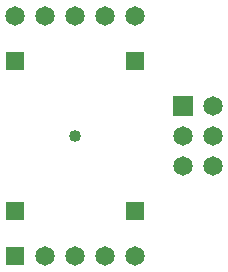
<source format=gbs>
%FSLAX34Y34*%
G04 Gerber Fmt 3.4, Leading zero omitted, Abs format*
G04 (created by PCBNEW (2014-04-04 BZR 4786)-product) date Sat 05 Apr 2014 06:47:19 PM CEST*
%MOIN*%
G01*
G70*
G90*
G04 APERTURE LIST*
%ADD10C,0.005906*%
%ADD11C,0.040000*%
%ADD12C,0.064961*%
%ADD13R,0.064961X0.064961*%
%ADD14R,0.065000X0.065000*%
%ADD15C,0.065000*%
G04 APERTURE END LIST*
G54D10*
G54D11*
X64000Y-40000D03*
G54D12*
X66000Y-36000D03*
X65000Y-36000D03*
X64000Y-36000D03*
X63000Y-36000D03*
X62000Y-36000D03*
G54D13*
X66000Y-42500D03*
X66000Y-37500D03*
X62000Y-37500D03*
G54D14*
X67600Y-39000D03*
G54D15*
X68600Y-39000D03*
X67600Y-40000D03*
X68600Y-40000D03*
X67600Y-41000D03*
X68600Y-41000D03*
G54D13*
X62000Y-44000D03*
G54D12*
X63000Y-44000D03*
X64000Y-44000D03*
X65000Y-44000D03*
X66000Y-44000D03*
G54D13*
X62000Y-42500D03*
M02*

</source>
